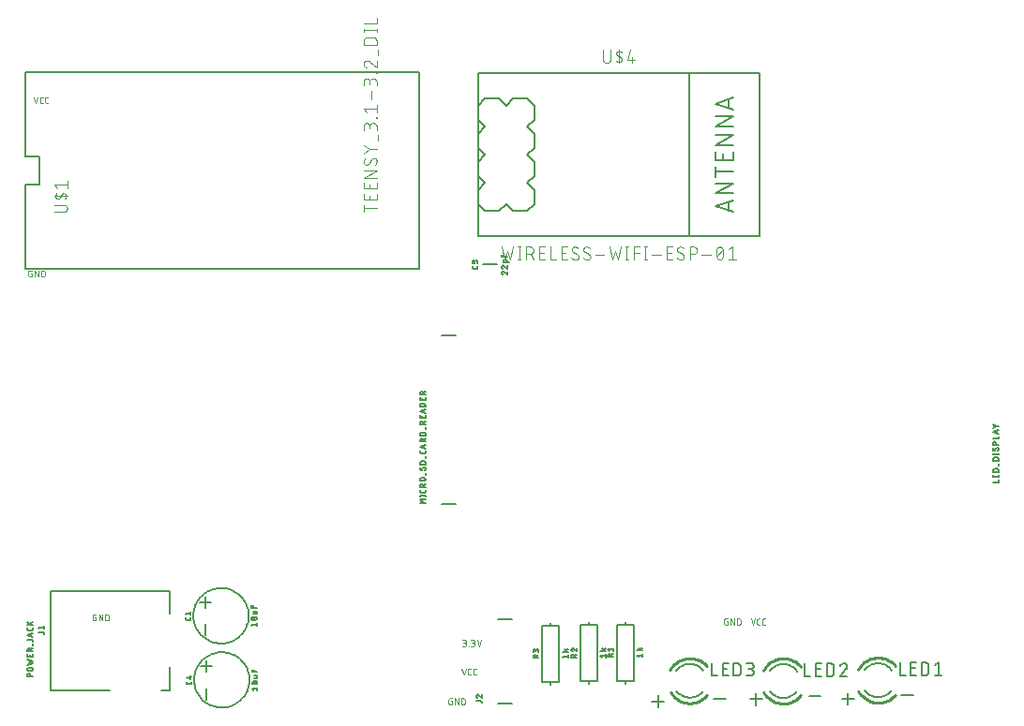
<source format=gto>
G04 EAGLE Gerber X2 export*
%TF.Part,Single*%
%TF.FileFunction,Other,Top Silkscreen*%
%TF.FilePolarity,Positive*%
%TF.GenerationSoftware,Autodesk,EAGLE,9.1.1*%
%TF.CreationDate,2018-08-06T02:20:56Z*%
G75*
%MOIN*%
%FSLAX34Y34*%
%LPD*%
%AMOC8*
5,1,8,0,0,1.08239X$1,22.5*%
G01*
%ADD10C,0.006000*%
%ADD11C,0.002000*%
%ADD12C,0.008000*%
%ADD13C,0.005000*%
%ADD14C,0.010000*%
%ADD15C,0.004000*%


D10*
X29299Y1423D02*
X29725Y1423D01*
X29512Y1210D02*
X29512Y1637D01*
X26457Y1415D02*
X26030Y1415D01*
X26243Y1202D02*
X26243Y1628D01*
X22972Y1340D02*
X22546Y1340D01*
X22759Y1126D02*
X22759Y1553D01*
X31405Y1573D02*
X31832Y1573D01*
X28550Y1516D02*
X28123Y1516D01*
X25162Y1418D02*
X24736Y1418D01*
D11*
X643Y22620D02*
X570Y22840D01*
X717Y22840D02*
X643Y22620D01*
X846Y22620D02*
X895Y22620D01*
X846Y22620D02*
X833Y22622D01*
X822Y22627D01*
X811Y22634D01*
X804Y22645D01*
X799Y22656D01*
X797Y22669D01*
X798Y22669D02*
X798Y22791D01*
X797Y22791D02*
X799Y22804D01*
X804Y22815D01*
X811Y22826D01*
X821Y22833D01*
X833Y22838D01*
X846Y22840D01*
X895Y22840D01*
X1026Y22620D02*
X1075Y22620D01*
X1026Y22620D02*
X1013Y22622D01*
X1002Y22627D01*
X991Y22634D01*
X984Y22645D01*
X979Y22656D01*
X977Y22669D01*
X978Y22669D02*
X978Y22791D01*
X977Y22791D02*
X979Y22804D01*
X984Y22815D01*
X991Y22826D01*
X1001Y22833D01*
X1013Y22838D01*
X1026Y22840D01*
X1075Y22840D01*
X15787Y2500D02*
X15860Y2280D01*
X15933Y2500D01*
X16063Y2280D02*
X16112Y2280D01*
X16063Y2280D02*
X16050Y2282D01*
X16039Y2287D01*
X16028Y2294D01*
X16021Y2305D01*
X16016Y2316D01*
X16014Y2329D01*
X16014Y2451D01*
X16016Y2464D01*
X16021Y2475D01*
X16028Y2486D01*
X16038Y2493D01*
X16050Y2498D01*
X16063Y2500D01*
X16112Y2500D01*
X16243Y2280D02*
X16292Y2280D01*
X16243Y2280D02*
X16230Y2282D01*
X16219Y2287D01*
X16208Y2294D01*
X16201Y2305D01*
X16196Y2316D01*
X16194Y2329D01*
X16194Y2451D01*
X16196Y2464D01*
X16201Y2475D01*
X16208Y2486D01*
X16218Y2493D01*
X16230Y2498D01*
X16243Y2500D01*
X16292Y2500D01*
X15441Y1343D02*
X15404Y1343D01*
X15441Y1343D02*
X15441Y1221D01*
X15368Y1221D01*
X15355Y1223D01*
X15344Y1228D01*
X15333Y1235D01*
X15326Y1246D01*
X15321Y1257D01*
X15319Y1270D01*
X15319Y1392D01*
X15321Y1405D01*
X15326Y1416D01*
X15333Y1427D01*
X15343Y1434D01*
X15355Y1439D01*
X15368Y1441D01*
X15441Y1441D01*
X15549Y1441D02*
X15549Y1221D01*
X15671Y1221D02*
X15549Y1441D01*
X15671Y1441D02*
X15671Y1221D01*
X15779Y1221D02*
X15779Y1441D01*
X15841Y1441D01*
X15855Y1439D01*
X15867Y1435D01*
X15879Y1428D01*
X15889Y1418D01*
X15896Y1406D01*
X15900Y1394D01*
X15902Y1380D01*
X15902Y1282D01*
X15900Y1268D01*
X15896Y1256D01*
X15889Y1244D01*
X15879Y1234D01*
X15867Y1227D01*
X15855Y1223D01*
X15841Y1221D01*
X15779Y1221D01*
X15817Y3290D02*
X15878Y3290D01*
X15893Y3292D01*
X15906Y3297D01*
X15918Y3305D01*
X15928Y3316D01*
X15935Y3329D01*
X15939Y3344D01*
X15939Y3358D01*
X15935Y3373D01*
X15928Y3386D01*
X15918Y3397D01*
X15906Y3405D01*
X15893Y3410D01*
X15878Y3412D01*
X15890Y3510D02*
X15817Y3510D01*
X15890Y3510D02*
X15903Y3508D01*
X15915Y3503D01*
X15925Y3496D01*
X15932Y3486D01*
X15937Y3474D01*
X15939Y3461D01*
X15937Y3448D01*
X15932Y3437D01*
X15925Y3426D01*
X15915Y3419D01*
X15903Y3414D01*
X15890Y3412D01*
X15841Y3412D01*
X16023Y3302D02*
X16023Y3290D01*
X16023Y3302D02*
X16035Y3302D01*
X16035Y3290D01*
X16023Y3290D01*
X16119Y3290D02*
X16180Y3290D01*
X16195Y3292D01*
X16208Y3297D01*
X16220Y3305D01*
X16230Y3316D01*
X16237Y3329D01*
X16241Y3344D01*
X16241Y3358D01*
X16237Y3373D01*
X16230Y3386D01*
X16220Y3397D01*
X16208Y3405D01*
X16195Y3410D01*
X16180Y3412D01*
X16193Y3510D02*
X16119Y3510D01*
X16193Y3510D02*
X16206Y3508D01*
X16218Y3503D01*
X16228Y3496D01*
X16235Y3486D01*
X16240Y3474D01*
X16242Y3461D01*
X16240Y3448D01*
X16235Y3437D01*
X16228Y3426D01*
X16218Y3419D01*
X16206Y3414D01*
X16193Y3412D01*
X16144Y3412D01*
X16323Y3510D02*
X16396Y3290D01*
X16470Y3510D01*
X25196Y4182D02*
X25232Y4182D01*
X25232Y4060D01*
X25159Y4060D01*
X25146Y4062D01*
X25135Y4067D01*
X25124Y4074D01*
X25117Y4085D01*
X25112Y4096D01*
X25110Y4109D01*
X25110Y4231D01*
X25112Y4244D01*
X25117Y4255D01*
X25124Y4266D01*
X25134Y4273D01*
X25146Y4278D01*
X25159Y4280D01*
X25232Y4280D01*
X25340Y4280D02*
X25340Y4060D01*
X25463Y4060D02*
X25340Y4280D01*
X25463Y4280D02*
X25463Y4060D01*
X25571Y4060D02*
X25571Y4280D01*
X25632Y4280D01*
X25646Y4278D01*
X25658Y4274D01*
X25670Y4267D01*
X25680Y4257D01*
X25687Y4245D01*
X25691Y4233D01*
X25693Y4219D01*
X25693Y4121D01*
X25691Y4107D01*
X25687Y4095D01*
X25680Y4083D01*
X25670Y4073D01*
X25658Y4066D01*
X25646Y4062D01*
X25632Y4060D01*
X25571Y4060D01*
X2782Y4332D02*
X2746Y4332D01*
X2782Y4332D02*
X2782Y4210D01*
X2709Y4210D01*
X2696Y4212D01*
X2685Y4217D01*
X2674Y4224D01*
X2667Y4235D01*
X2662Y4246D01*
X2660Y4259D01*
X2660Y4381D01*
X2662Y4394D01*
X2667Y4405D01*
X2674Y4416D01*
X2684Y4423D01*
X2696Y4428D01*
X2709Y4430D01*
X2782Y4430D01*
X2890Y4430D02*
X2890Y4210D01*
X3013Y4210D02*
X2890Y4430D01*
X3013Y4430D02*
X3013Y4210D01*
X3121Y4210D02*
X3121Y4430D01*
X3182Y4430D01*
X3196Y4428D01*
X3208Y4424D01*
X3220Y4417D01*
X3230Y4407D01*
X3237Y4395D01*
X3241Y4383D01*
X3243Y4369D01*
X3243Y4271D01*
X3241Y4257D01*
X3237Y4245D01*
X3230Y4233D01*
X3220Y4223D01*
X3208Y4216D01*
X3196Y4212D01*
X3182Y4210D01*
X3121Y4210D01*
X502Y16572D02*
X466Y16572D01*
X502Y16572D02*
X502Y16450D01*
X429Y16450D01*
X416Y16452D01*
X405Y16457D01*
X394Y16464D01*
X387Y16475D01*
X382Y16486D01*
X380Y16499D01*
X380Y16621D01*
X382Y16634D01*
X387Y16645D01*
X394Y16656D01*
X404Y16663D01*
X416Y16668D01*
X429Y16670D01*
X502Y16670D01*
X610Y16670D02*
X610Y16450D01*
X733Y16450D02*
X610Y16670D01*
X733Y16670D02*
X733Y16450D01*
X841Y16450D02*
X841Y16670D01*
X902Y16670D01*
X916Y16668D01*
X928Y16664D01*
X940Y16657D01*
X950Y16647D01*
X957Y16635D01*
X961Y16623D01*
X963Y16609D01*
X963Y16511D01*
X961Y16497D01*
X957Y16485D01*
X950Y16473D01*
X940Y16463D01*
X928Y16456D01*
X916Y16452D01*
X902Y16450D01*
X841Y16450D01*
X26060Y4280D02*
X26133Y4060D01*
X26207Y4280D01*
X26336Y4060D02*
X26385Y4060D01*
X26336Y4060D02*
X26323Y4062D01*
X26312Y4067D01*
X26301Y4074D01*
X26294Y4085D01*
X26289Y4096D01*
X26287Y4109D01*
X26288Y4109D02*
X26288Y4231D01*
X26287Y4231D02*
X26289Y4244D01*
X26294Y4255D01*
X26301Y4266D01*
X26311Y4273D01*
X26323Y4278D01*
X26336Y4280D01*
X26385Y4280D01*
X26516Y4060D02*
X26565Y4060D01*
X26516Y4060D02*
X26503Y4062D01*
X26492Y4067D01*
X26481Y4074D01*
X26474Y4085D01*
X26469Y4096D01*
X26467Y4109D01*
X26468Y4109D02*
X26468Y4231D01*
X26467Y4231D02*
X26469Y4244D01*
X26474Y4255D01*
X26481Y4266D01*
X26491Y4273D01*
X26503Y4278D01*
X26516Y4280D01*
X26565Y4280D01*
D12*
X6246Y4379D02*
X6248Y4441D01*
X6254Y4504D01*
X6264Y4565D01*
X6278Y4626D01*
X6295Y4686D01*
X6316Y4745D01*
X6342Y4802D01*
X6370Y4857D01*
X6402Y4911D01*
X6438Y4962D01*
X6476Y5012D01*
X6518Y5058D01*
X6562Y5102D01*
X6610Y5143D01*
X6659Y5181D01*
X6711Y5215D01*
X6765Y5246D01*
X6821Y5274D01*
X6879Y5298D01*
X6938Y5319D01*
X6998Y5335D01*
X7059Y5348D01*
X7121Y5357D01*
X7183Y5362D01*
X7246Y5363D01*
X7308Y5360D01*
X7370Y5353D01*
X7432Y5342D01*
X7492Y5327D01*
X7552Y5309D01*
X7610Y5287D01*
X7667Y5261D01*
X7722Y5231D01*
X7775Y5198D01*
X7826Y5162D01*
X7874Y5123D01*
X7920Y5080D01*
X7963Y5035D01*
X8003Y4987D01*
X8040Y4937D01*
X8074Y4884D01*
X8105Y4830D01*
X8131Y4774D01*
X8155Y4716D01*
X8174Y4656D01*
X8190Y4596D01*
X8202Y4534D01*
X8210Y4473D01*
X8214Y4410D01*
X8214Y4348D01*
X8210Y4285D01*
X8202Y4224D01*
X8190Y4162D01*
X8174Y4102D01*
X8155Y4042D01*
X8131Y3984D01*
X8105Y3928D01*
X8074Y3874D01*
X8040Y3821D01*
X8003Y3771D01*
X7963Y3723D01*
X7920Y3678D01*
X7874Y3635D01*
X7826Y3596D01*
X7775Y3560D01*
X7722Y3527D01*
X7667Y3497D01*
X7610Y3471D01*
X7552Y3449D01*
X7492Y3431D01*
X7432Y3416D01*
X7370Y3405D01*
X7308Y3398D01*
X7246Y3395D01*
X7183Y3396D01*
X7121Y3401D01*
X7059Y3410D01*
X6998Y3423D01*
X6938Y3439D01*
X6879Y3460D01*
X6821Y3484D01*
X6765Y3512D01*
X6711Y3543D01*
X6659Y3577D01*
X6610Y3615D01*
X6562Y3656D01*
X6518Y3700D01*
X6476Y3746D01*
X6438Y3796D01*
X6402Y3847D01*
X6370Y3901D01*
X6342Y3956D01*
X6316Y4013D01*
X6295Y4072D01*
X6278Y4132D01*
X6264Y4193D01*
X6254Y4254D01*
X6248Y4317D01*
X6246Y4379D01*
D13*
X6155Y4320D02*
X6155Y4278D01*
X6154Y4278D02*
X6153Y4267D01*
X6148Y4257D01*
X6142Y4248D01*
X6133Y4242D01*
X6123Y4237D01*
X6112Y4236D01*
X6112Y4235D02*
X6007Y4235D01*
X6007Y4236D02*
X5996Y4237D01*
X5986Y4242D01*
X5977Y4248D01*
X5971Y4257D01*
X5966Y4267D01*
X5965Y4278D01*
X5965Y4320D01*
X6007Y4417D02*
X5965Y4469D01*
X6155Y4469D01*
X6155Y4417D02*
X6155Y4522D01*
X8305Y4069D02*
X8347Y4016D01*
X8305Y4069D02*
X8495Y4069D01*
X8495Y4121D02*
X8495Y4016D01*
X8400Y4231D02*
X8376Y4233D01*
X8353Y4238D01*
X8331Y4247D01*
X8331Y4248D02*
X8321Y4254D01*
X8312Y4262D01*
X8307Y4273D01*
X8305Y4285D01*
X8307Y4297D01*
X8312Y4308D01*
X8321Y4316D01*
X8331Y4322D01*
X8353Y4331D01*
X8376Y4336D01*
X8400Y4338D01*
X8400Y4231D02*
X8424Y4233D01*
X8447Y4238D01*
X8469Y4247D01*
X8468Y4248D02*
X8478Y4254D01*
X8487Y4262D01*
X8492Y4273D01*
X8494Y4285D01*
X8469Y4322D02*
X8447Y4331D01*
X8424Y4336D01*
X8400Y4338D01*
X8468Y4322D02*
X8478Y4316D01*
X8487Y4308D01*
X8492Y4297D01*
X8494Y4285D01*
X8452Y4242D02*
X8347Y4327D01*
X8368Y4451D02*
X8463Y4451D01*
X8473Y4453D01*
X8482Y4457D01*
X8489Y4464D01*
X8493Y4473D01*
X8495Y4483D01*
X8495Y4536D01*
X8368Y4536D01*
X8305Y4657D02*
X8495Y4657D01*
X8305Y4657D02*
X8305Y4742D01*
X8389Y4742D02*
X8389Y4657D01*
D12*
X6680Y4087D02*
X6680Y3687D01*
X6680Y4671D02*
X6680Y5071D01*
X6480Y4871D02*
X6880Y4871D01*
X5394Y2555D02*
X5394Y1728D01*
X3268Y1728D02*
X1181Y1728D01*
X5118Y1728D02*
X5394Y1728D01*
X5394Y5272D02*
X1181Y5272D01*
X5394Y5272D02*
X5394Y4445D01*
X1181Y5272D02*
X1181Y1728D01*
D13*
X893Y3793D02*
X745Y3793D01*
X893Y3793D02*
X904Y3792D01*
X914Y3787D01*
X923Y3781D01*
X929Y3772D01*
X934Y3762D01*
X935Y3751D01*
X935Y3730D01*
X787Y3909D02*
X745Y3962D01*
X935Y3962D01*
X935Y3909D02*
X935Y4015D01*
X535Y2223D02*
X345Y2223D01*
X345Y2276D01*
X347Y2290D01*
X352Y2303D01*
X361Y2313D01*
X372Y2322D01*
X384Y2327D01*
X398Y2329D01*
X412Y2327D01*
X425Y2322D01*
X435Y2313D01*
X444Y2303D01*
X449Y2290D01*
X451Y2276D01*
X451Y2223D01*
X482Y2426D02*
X398Y2426D01*
X384Y2428D01*
X372Y2433D01*
X361Y2442D01*
X352Y2453D01*
X347Y2465D01*
X345Y2479D01*
X347Y2493D01*
X352Y2506D01*
X361Y2516D01*
X372Y2525D01*
X384Y2530D01*
X398Y2532D01*
X482Y2532D01*
X496Y2530D01*
X509Y2525D01*
X519Y2516D01*
X528Y2506D01*
X533Y2493D01*
X535Y2479D01*
X533Y2465D01*
X528Y2453D01*
X519Y2442D01*
X508Y2433D01*
X496Y2428D01*
X482Y2426D01*
X345Y2640D02*
X535Y2682D01*
X408Y2724D01*
X535Y2766D01*
X345Y2809D01*
X535Y2924D02*
X535Y3009D01*
X535Y2924D02*
X345Y2924D01*
X345Y3009D01*
X429Y2987D02*
X429Y2924D01*
X345Y3113D02*
X535Y3113D01*
X345Y3113D02*
X345Y3166D01*
X347Y3180D01*
X352Y3193D01*
X361Y3203D01*
X372Y3212D01*
X384Y3217D01*
X398Y3219D01*
X412Y3217D01*
X425Y3212D01*
X435Y3203D01*
X444Y3193D01*
X449Y3180D01*
X451Y3166D01*
X451Y3113D01*
X451Y3176D02*
X535Y3219D01*
X556Y3315D02*
X556Y3400D01*
X493Y3534D02*
X345Y3534D01*
X493Y3534D02*
X504Y3533D01*
X514Y3528D01*
X523Y3522D01*
X529Y3513D01*
X534Y3503D01*
X535Y3492D01*
X535Y3471D01*
X535Y3640D02*
X345Y3703D01*
X535Y3767D01*
X488Y3751D02*
X488Y3656D01*
X535Y3908D02*
X535Y3950D01*
X535Y3908D02*
X534Y3897D01*
X529Y3887D01*
X523Y3878D01*
X514Y3872D01*
X504Y3867D01*
X493Y3866D01*
X493Y3865D02*
X387Y3865D01*
X387Y3866D02*
X376Y3867D01*
X366Y3872D01*
X357Y3878D01*
X351Y3887D01*
X346Y3897D01*
X345Y3908D01*
X345Y3950D01*
X345Y4059D02*
X535Y4059D01*
X461Y4059D02*
X345Y4165D01*
X419Y4102D02*
X535Y4165D01*
D10*
X30584Y2687D02*
X30631Y2685D01*
X30679Y2679D01*
X30725Y2670D01*
X30771Y2657D01*
X30815Y2641D01*
X30859Y2620D01*
X30900Y2597D01*
X30939Y2571D01*
X30976Y2541D01*
X31011Y2508D01*
X31043Y2473D01*
X31072Y2436D01*
X30584Y2687D02*
X30538Y2685D01*
X30492Y2680D01*
X30446Y2671D01*
X30401Y2659D01*
X30358Y2643D01*
X30316Y2624D01*
X30275Y2601D01*
X30236Y2576D01*
X30200Y2548D01*
X30165Y2517D01*
X30133Y2483D01*
X30104Y2447D01*
X30584Y1487D02*
X30629Y1489D01*
X30675Y1494D01*
X30719Y1502D01*
X30763Y1514D01*
X30806Y1530D01*
X30848Y1548D01*
X30888Y1570D01*
X30926Y1594D01*
X30962Y1621D01*
X30997Y1651D01*
X31028Y1684D01*
X31058Y1719D01*
X30584Y1487D02*
X30539Y1489D01*
X30493Y1494D01*
X30449Y1502D01*
X30405Y1514D01*
X30362Y1530D01*
X30320Y1548D01*
X30280Y1570D01*
X30242Y1594D01*
X30206Y1621D01*
X30171Y1651D01*
X30140Y1684D01*
X30110Y1719D01*
D14*
X30584Y2887D02*
X30638Y2885D01*
X30691Y2880D01*
X30745Y2871D01*
X30797Y2858D01*
X30848Y2842D01*
X30899Y2822D01*
X30948Y2800D01*
X30995Y2774D01*
X31040Y2744D01*
X31083Y2712D01*
X31124Y2677D01*
X31163Y2639D01*
X31199Y2599D01*
X30584Y2887D02*
X30530Y2885D01*
X30476Y2880D01*
X30423Y2871D01*
X30370Y2858D01*
X30319Y2842D01*
X30269Y2822D01*
X30220Y2799D01*
X30172Y2773D01*
X30127Y2744D01*
X30084Y2711D01*
X30043Y2676D01*
X30004Y2638D01*
X29968Y2598D01*
X29935Y2555D01*
X29905Y2510D01*
X29878Y2463D01*
X30584Y1287D02*
X30637Y1289D01*
X30691Y1294D01*
X30743Y1303D01*
X30795Y1315D01*
X30846Y1331D01*
X30896Y1350D01*
X30945Y1373D01*
X30992Y1399D01*
X31037Y1427D01*
X31080Y1459D01*
X31120Y1493D01*
X31159Y1531D01*
X31195Y1570D01*
X30584Y1287D02*
X30528Y1289D01*
X30472Y1295D01*
X30417Y1305D01*
X30363Y1318D01*
X30309Y1336D01*
X30257Y1357D01*
X30207Y1381D01*
X30158Y1410D01*
X30112Y1441D01*
X30068Y1476D01*
X30026Y1513D01*
X29988Y1554D01*
X29952Y1597D01*
X29919Y1642D01*
X29889Y1690D01*
D13*
X31359Y2262D02*
X31359Y2712D01*
X31359Y2262D02*
X31559Y2262D01*
X31749Y2262D02*
X31949Y2262D01*
X31749Y2262D02*
X31749Y2712D01*
X31949Y2712D01*
X31899Y2512D02*
X31749Y2512D01*
X32138Y2712D02*
X32138Y2262D01*
X32138Y2712D02*
X32263Y2712D01*
X32283Y2710D01*
X32302Y2706D01*
X32320Y2698D01*
X32336Y2688D01*
X32351Y2675D01*
X32364Y2660D01*
X32374Y2644D01*
X32382Y2626D01*
X32386Y2607D01*
X32388Y2587D01*
X32388Y2387D01*
X32386Y2367D01*
X32382Y2348D01*
X32374Y2330D01*
X32364Y2314D01*
X32351Y2299D01*
X32336Y2286D01*
X32320Y2276D01*
X32302Y2268D01*
X32283Y2264D01*
X32263Y2262D01*
X32138Y2262D01*
X32603Y2612D02*
X32728Y2712D01*
X32728Y2262D01*
X32603Y2262D02*
X32853Y2262D01*
D10*
X27701Y2407D02*
X27672Y2444D01*
X27640Y2479D01*
X27605Y2512D01*
X27568Y2542D01*
X27529Y2568D01*
X27488Y2591D01*
X27444Y2612D01*
X27400Y2628D01*
X27354Y2641D01*
X27308Y2650D01*
X27260Y2656D01*
X27213Y2658D01*
X27167Y2656D01*
X27121Y2651D01*
X27075Y2642D01*
X27030Y2630D01*
X26987Y2614D01*
X26945Y2595D01*
X26904Y2572D01*
X26865Y2547D01*
X26829Y2519D01*
X26794Y2488D01*
X26762Y2454D01*
X26733Y2418D01*
X27213Y1458D02*
X27258Y1460D01*
X27304Y1465D01*
X27348Y1473D01*
X27392Y1485D01*
X27435Y1501D01*
X27477Y1519D01*
X27517Y1541D01*
X27555Y1565D01*
X27591Y1592D01*
X27626Y1622D01*
X27657Y1655D01*
X27687Y1690D01*
X27213Y1458D02*
X27168Y1460D01*
X27122Y1465D01*
X27078Y1473D01*
X27034Y1485D01*
X26991Y1501D01*
X26949Y1519D01*
X26909Y1541D01*
X26871Y1565D01*
X26835Y1592D01*
X26800Y1622D01*
X26769Y1655D01*
X26739Y1690D01*
D14*
X27213Y2858D02*
X27267Y2856D01*
X27320Y2851D01*
X27374Y2842D01*
X27426Y2829D01*
X27477Y2813D01*
X27528Y2793D01*
X27577Y2771D01*
X27624Y2745D01*
X27669Y2715D01*
X27712Y2683D01*
X27753Y2648D01*
X27792Y2610D01*
X27828Y2570D01*
X27213Y2858D02*
X27159Y2856D01*
X27105Y2851D01*
X27052Y2842D01*
X26999Y2829D01*
X26948Y2813D01*
X26898Y2793D01*
X26849Y2770D01*
X26801Y2744D01*
X26756Y2715D01*
X26713Y2682D01*
X26672Y2647D01*
X26633Y2609D01*
X26597Y2569D01*
X26564Y2526D01*
X26534Y2481D01*
X26507Y2434D01*
X27213Y1258D02*
X27266Y1260D01*
X27320Y1265D01*
X27372Y1274D01*
X27424Y1286D01*
X27475Y1302D01*
X27525Y1321D01*
X27574Y1344D01*
X27621Y1370D01*
X27666Y1398D01*
X27709Y1430D01*
X27749Y1464D01*
X27788Y1502D01*
X27824Y1541D01*
X27213Y1258D02*
X27157Y1260D01*
X27101Y1266D01*
X27046Y1276D01*
X26992Y1289D01*
X26938Y1307D01*
X26886Y1328D01*
X26836Y1352D01*
X26787Y1381D01*
X26741Y1412D01*
X26697Y1447D01*
X26655Y1484D01*
X26617Y1525D01*
X26581Y1568D01*
X26548Y1613D01*
X26518Y1661D01*
D13*
X27988Y2233D02*
X27988Y2683D01*
X27988Y2233D02*
X28188Y2233D01*
X28378Y2233D02*
X28578Y2233D01*
X28378Y2233D02*
X28378Y2683D01*
X28578Y2683D01*
X28528Y2483D02*
X28378Y2483D01*
X28767Y2683D02*
X28767Y2233D01*
X28767Y2683D02*
X28892Y2683D01*
X28912Y2681D01*
X28931Y2677D01*
X28949Y2669D01*
X28965Y2659D01*
X28980Y2646D01*
X28993Y2631D01*
X29003Y2615D01*
X29011Y2597D01*
X29015Y2578D01*
X29017Y2558D01*
X29017Y2358D01*
X29015Y2338D01*
X29011Y2319D01*
X29003Y2301D01*
X28993Y2285D01*
X28980Y2270D01*
X28965Y2257D01*
X28949Y2247D01*
X28931Y2239D01*
X28912Y2235D01*
X28892Y2233D01*
X28767Y2233D01*
X29369Y2684D02*
X29389Y2682D01*
X29408Y2677D01*
X29426Y2669D01*
X29442Y2658D01*
X29456Y2644D01*
X29467Y2628D01*
X29475Y2610D01*
X29480Y2591D01*
X29482Y2571D01*
X29369Y2684D02*
X29346Y2682D01*
X29324Y2677D01*
X29303Y2668D01*
X29284Y2656D01*
X29266Y2641D01*
X29252Y2624D01*
X29240Y2605D01*
X29231Y2584D01*
X29444Y2483D02*
X29457Y2498D01*
X29468Y2514D01*
X29476Y2532D01*
X29480Y2551D01*
X29482Y2571D01*
X29444Y2483D02*
X29232Y2233D01*
X29482Y2233D01*
D10*
X24383Y2418D02*
X24354Y2455D01*
X24322Y2490D01*
X24287Y2523D01*
X24250Y2553D01*
X24211Y2579D01*
X24170Y2602D01*
X24126Y2623D01*
X24082Y2639D01*
X24036Y2652D01*
X23990Y2661D01*
X23942Y2667D01*
X23895Y2669D01*
X23849Y2667D01*
X23803Y2662D01*
X23757Y2653D01*
X23712Y2641D01*
X23669Y2625D01*
X23627Y2606D01*
X23586Y2583D01*
X23547Y2558D01*
X23511Y2530D01*
X23476Y2499D01*
X23444Y2465D01*
X23415Y2429D01*
X23895Y1469D02*
X23940Y1471D01*
X23986Y1476D01*
X24030Y1484D01*
X24074Y1496D01*
X24117Y1512D01*
X24159Y1530D01*
X24199Y1552D01*
X24237Y1576D01*
X24273Y1603D01*
X24308Y1633D01*
X24339Y1666D01*
X24369Y1701D01*
X23895Y1469D02*
X23850Y1471D01*
X23804Y1476D01*
X23760Y1484D01*
X23716Y1496D01*
X23673Y1512D01*
X23631Y1530D01*
X23591Y1552D01*
X23553Y1576D01*
X23517Y1603D01*
X23482Y1633D01*
X23451Y1666D01*
X23421Y1701D01*
D14*
X23895Y2869D02*
X23949Y2867D01*
X24002Y2862D01*
X24056Y2853D01*
X24108Y2840D01*
X24159Y2824D01*
X24210Y2804D01*
X24259Y2782D01*
X24306Y2756D01*
X24351Y2726D01*
X24394Y2694D01*
X24435Y2659D01*
X24474Y2621D01*
X24510Y2581D01*
X23895Y2869D02*
X23841Y2867D01*
X23787Y2862D01*
X23734Y2853D01*
X23681Y2840D01*
X23630Y2824D01*
X23580Y2804D01*
X23531Y2781D01*
X23483Y2755D01*
X23438Y2726D01*
X23395Y2693D01*
X23354Y2658D01*
X23315Y2620D01*
X23279Y2580D01*
X23246Y2537D01*
X23216Y2492D01*
X23189Y2445D01*
X23895Y1269D02*
X23948Y1271D01*
X24002Y1276D01*
X24054Y1285D01*
X24106Y1297D01*
X24157Y1313D01*
X24207Y1332D01*
X24256Y1355D01*
X24303Y1381D01*
X24348Y1409D01*
X24391Y1441D01*
X24431Y1475D01*
X24470Y1513D01*
X24506Y1552D01*
X23895Y1269D02*
X23839Y1271D01*
X23783Y1277D01*
X23728Y1287D01*
X23674Y1300D01*
X23620Y1318D01*
X23568Y1339D01*
X23518Y1363D01*
X23469Y1392D01*
X23423Y1423D01*
X23379Y1458D01*
X23337Y1495D01*
X23299Y1536D01*
X23263Y1579D01*
X23230Y1624D01*
X23200Y1672D01*
D13*
X24670Y2244D02*
X24670Y2694D01*
X24670Y2244D02*
X24870Y2244D01*
X25060Y2244D02*
X25260Y2244D01*
X25060Y2244D02*
X25060Y2694D01*
X25260Y2694D01*
X25210Y2494D02*
X25060Y2494D01*
X25449Y2694D02*
X25449Y2244D01*
X25449Y2694D02*
X25574Y2694D01*
X25594Y2692D01*
X25613Y2688D01*
X25631Y2680D01*
X25647Y2670D01*
X25662Y2657D01*
X25675Y2642D01*
X25685Y2626D01*
X25693Y2608D01*
X25697Y2589D01*
X25699Y2569D01*
X25699Y2369D01*
X25697Y2349D01*
X25693Y2330D01*
X25685Y2312D01*
X25675Y2296D01*
X25662Y2281D01*
X25647Y2268D01*
X25631Y2258D01*
X25613Y2250D01*
X25594Y2246D01*
X25574Y2244D01*
X25449Y2244D01*
X25914Y2244D02*
X26039Y2244D01*
X26060Y2246D01*
X26080Y2251D01*
X26098Y2259D01*
X26116Y2270D01*
X26131Y2284D01*
X26144Y2301D01*
X26153Y2319D01*
X26160Y2338D01*
X26164Y2359D01*
X26164Y2379D01*
X26160Y2400D01*
X26153Y2419D01*
X26144Y2437D01*
X26131Y2454D01*
X26116Y2468D01*
X26098Y2479D01*
X26080Y2487D01*
X26060Y2492D01*
X26039Y2494D01*
X26064Y2694D02*
X25914Y2694D01*
X26064Y2694D02*
X26082Y2692D01*
X26100Y2687D01*
X26117Y2679D01*
X26131Y2668D01*
X26144Y2654D01*
X26154Y2639D01*
X26160Y2621D01*
X26164Y2603D01*
X26164Y2585D01*
X26160Y2567D01*
X26154Y2549D01*
X26144Y2534D01*
X26131Y2520D01*
X26117Y2509D01*
X26100Y2501D01*
X26082Y2496D01*
X26064Y2494D01*
X25964Y2494D01*
D12*
X15570Y8370D02*
X15070Y8370D01*
X15070Y14370D02*
X15570Y14370D01*
D13*
X14495Y8395D02*
X14305Y8395D01*
X14411Y8458D01*
X14305Y8522D01*
X14495Y8522D01*
X14495Y8653D02*
X14305Y8653D01*
X14495Y8632D02*
X14495Y8674D01*
X14305Y8674D02*
X14305Y8632D01*
X14495Y8814D02*
X14495Y8856D01*
X14495Y8814D02*
X14494Y8803D01*
X14489Y8793D01*
X14483Y8784D01*
X14474Y8778D01*
X14464Y8773D01*
X14453Y8772D01*
X14347Y8772D01*
X14336Y8773D01*
X14326Y8778D01*
X14317Y8784D01*
X14311Y8793D01*
X14306Y8803D01*
X14305Y8814D01*
X14305Y8856D01*
X14305Y8962D02*
X14495Y8962D01*
X14305Y8962D02*
X14305Y9015D01*
X14307Y9029D01*
X14312Y9042D01*
X14321Y9052D01*
X14332Y9061D01*
X14344Y9066D01*
X14358Y9068D01*
X14372Y9066D01*
X14385Y9061D01*
X14395Y9052D01*
X14404Y9042D01*
X14409Y9029D01*
X14411Y9015D01*
X14411Y8962D01*
X14411Y9026D02*
X14495Y9068D01*
X14442Y9176D02*
X14358Y9176D01*
X14344Y9178D01*
X14332Y9183D01*
X14321Y9192D01*
X14312Y9203D01*
X14307Y9215D01*
X14305Y9229D01*
X14307Y9243D01*
X14312Y9256D01*
X14321Y9266D01*
X14332Y9275D01*
X14344Y9280D01*
X14358Y9282D01*
X14442Y9282D01*
X14456Y9280D01*
X14469Y9275D01*
X14479Y9266D01*
X14488Y9256D01*
X14493Y9243D01*
X14495Y9229D01*
X14493Y9215D01*
X14488Y9203D01*
X14479Y9192D01*
X14469Y9183D01*
X14456Y9178D01*
X14442Y9176D01*
X14516Y9381D02*
X14516Y9465D01*
X14495Y9621D02*
X14494Y9632D01*
X14489Y9642D01*
X14483Y9651D01*
X14474Y9657D01*
X14464Y9662D01*
X14453Y9663D01*
X14495Y9621D02*
X14493Y9604D01*
X14488Y9587D01*
X14480Y9571D01*
X14469Y9558D01*
X14347Y9563D02*
X14336Y9564D01*
X14326Y9569D01*
X14317Y9575D01*
X14311Y9584D01*
X14306Y9594D01*
X14305Y9605D01*
X14307Y9622D01*
X14312Y9638D01*
X14321Y9652D01*
X14347Y9563D02*
X14358Y9564D01*
X14368Y9569D01*
X14377Y9575D01*
X14384Y9584D01*
X14416Y9642D02*
X14423Y9651D01*
X14432Y9657D01*
X14442Y9662D01*
X14453Y9663D01*
X14416Y9642D02*
X14384Y9584D01*
X14305Y9774D02*
X14495Y9774D01*
X14305Y9774D02*
X14305Y9826D01*
X14307Y9840D01*
X14312Y9853D01*
X14321Y9863D01*
X14332Y9872D01*
X14344Y9877D01*
X14358Y9879D01*
X14442Y9879D01*
X14456Y9877D01*
X14469Y9872D01*
X14479Y9863D01*
X14488Y9852D01*
X14493Y9840D01*
X14495Y9826D01*
X14495Y9774D01*
X14516Y9986D02*
X14516Y10070D01*
X14495Y10211D02*
X14495Y10253D01*
X14495Y10211D02*
X14494Y10200D01*
X14489Y10190D01*
X14483Y10181D01*
X14474Y10175D01*
X14464Y10170D01*
X14453Y10169D01*
X14453Y10168D02*
X14347Y10168D01*
X14347Y10169D02*
X14336Y10170D01*
X14326Y10175D01*
X14317Y10181D01*
X14311Y10190D01*
X14306Y10200D01*
X14305Y10211D01*
X14305Y10253D01*
X14305Y10402D02*
X14495Y10339D01*
X14495Y10466D02*
X14305Y10402D01*
X14448Y10450D02*
X14448Y10355D01*
X14495Y10575D02*
X14305Y10575D01*
X14305Y10628D01*
X14307Y10642D01*
X14312Y10655D01*
X14321Y10665D01*
X14332Y10674D01*
X14344Y10679D01*
X14358Y10681D01*
X14372Y10679D01*
X14385Y10674D01*
X14395Y10665D01*
X14404Y10655D01*
X14409Y10642D01*
X14411Y10628D01*
X14411Y10575D01*
X14411Y10639D02*
X14495Y10681D01*
X14495Y10796D02*
X14305Y10796D01*
X14305Y10849D01*
X14307Y10863D01*
X14312Y10876D01*
X14321Y10886D01*
X14332Y10895D01*
X14344Y10900D01*
X14358Y10902D01*
X14358Y10901D02*
X14442Y10901D01*
X14442Y10902D02*
X14456Y10900D01*
X14469Y10895D01*
X14479Y10886D01*
X14488Y10875D01*
X14493Y10863D01*
X14495Y10849D01*
X14495Y10796D01*
X14516Y11008D02*
X14516Y11093D01*
X14495Y11202D02*
X14305Y11202D01*
X14305Y11254D01*
X14307Y11268D01*
X14312Y11281D01*
X14321Y11291D01*
X14332Y11300D01*
X14344Y11305D01*
X14358Y11307D01*
X14372Y11305D01*
X14385Y11300D01*
X14395Y11291D01*
X14404Y11281D01*
X14409Y11268D01*
X14411Y11254D01*
X14411Y11202D01*
X14411Y11265D02*
X14495Y11307D01*
X14495Y11423D02*
X14495Y11508D01*
X14495Y11423D02*
X14305Y11423D01*
X14305Y11508D01*
X14389Y11486D02*
X14389Y11423D01*
X14495Y11592D02*
X14305Y11655D01*
X14495Y11718D01*
X14448Y11703D02*
X14448Y11608D01*
X14495Y11826D02*
X14305Y11826D01*
X14305Y11878D01*
X14307Y11892D01*
X14312Y11905D01*
X14321Y11915D01*
X14332Y11924D01*
X14344Y11929D01*
X14358Y11931D01*
X14442Y11931D01*
X14456Y11929D01*
X14469Y11924D01*
X14479Y11915D01*
X14488Y11904D01*
X14493Y11892D01*
X14495Y11878D01*
X14495Y11826D01*
X14495Y12057D02*
X14495Y12141D01*
X14495Y12057D02*
X14305Y12057D01*
X14305Y12141D01*
X14389Y12120D02*
X14389Y12057D01*
X14305Y12246D02*
X14495Y12246D01*
X14305Y12246D02*
X14305Y12298D01*
X14307Y12312D01*
X14312Y12325D01*
X14321Y12335D01*
X14332Y12344D01*
X14344Y12349D01*
X14358Y12351D01*
X14372Y12349D01*
X14385Y12344D01*
X14395Y12335D01*
X14404Y12325D01*
X14409Y12312D01*
X14411Y12298D01*
X14411Y12246D01*
X14411Y12309D02*
X14495Y12351D01*
D12*
X21297Y4073D02*
X21297Y2073D01*
X21297Y4073D02*
X21597Y4073D01*
X21897Y4073D01*
X21897Y2073D01*
X21597Y2073D01*
X21297Y2073D01*
X21597Y4073D02*
X21597Y4173D01*
X21597Y2073D02*
X21597Y1973D01*
D13*
X21172Y2914D02*
X20982Y2914D01*
X20982Y2966D01*
X20981Y2966D02*
X20983Y2980D01*
X20988Y2993D01*
X20997Y3003D01*
X21008Y3012D01*
X21020Y3017D01*
X21034Y3019D01*
X21048Y3017D01*
X21061Y3012D01*
X21071Y3003D01*
X21080Y2993D01*
X21085Y2980D01*
X21087Y2966D01*
X21087Y2914D01*
X21087Y2977D02*
X21172Y3019D01*
X21024Y3127D02*
X20982Y3180D01*
X21172Y3180D01*
X21172Y3127D02*
X21172Y3233D01*
X22022Y2972D02*
X22064Y2919D01*
X22022Y2972D02*
X22212Y2972D01*
X22212Y3024D02*
X22212Y2919D01*
X22212Y3143D02*
X22022Y3143D01*
X22085Y3227D02*
X22148Y3143D01*
X22122Y3180D02*
X22212Y3227D01*
D12*
X19997Y4059D02*
X19997Y2059D01*
X19997Y4059D02*
X20297Y4059D01*
X20597Y4059D01*
X20597Y2059D01*
X20297Y2059D01*
X19997Y2059D01*
X20297Y4059D02*
X20297Y4159D01*
X20297Y2059D02*
X20297Y1959D01*
D13*
X19872Y2900D02*
X19682Y2900D01*
X19682Y2953D01*
X19681Y2953D02*
X19683Y2967D01*
X19688Y2980D01*
X19697Y2990D01*
X19708Y2999D01*
X19720Y3004D01*
X19734Y3006D01*
X19748Y3004D01*
X19761Y2999D01*
X19771Y2990D01*
X19780Y2980D01*
X19785Y2967D01*
X19787Y2953D01*
X19787Y2900D01*
X19787Y2963D02*
X19872Y3005D01*
X19681Y3171D02*
X19683Y3183D01*
X19687Y3195D01*
X19695Y3205D01*
X19705Y3213D01*
X19717Y3217D01*
X19729Y3219D01*
X19682Y3171D02*
X19683Y3158D01*
X19687Y3146D01*
X19694Y3135D01*
X19702Y3126D01*
X19713Y3118D01*
X19724Y3113D01*
X19766Y3203D02*
X19755Y3212D01*
X19743Y3217D01*
X19729Y3219D01*
X19766Y3203D02*
X19872Y3113D01*
X19872Y3219D01*
X20722Y2958D02*
X20764Y2905D01*
X20722Y2958D02*
X20912Y2958D01*
X20912Y2905D02*
X20912Y3011D01*
X20912Y3129D02*
X20722Y3129D01*
X20785Y3214D02*
X20848Y3129D01*
X20822Y3166D02*
X20912Y3214D01*
D12*
X18647Y4036D02*
X18647Y2036D01*
X18647Y4036D02*
X18947Y4036D01*
X19247Y4036D01*
X19247Y2036D01*
X18947Y2036D01*
X18647Y2036D01*
X18947Y4036D02*
X18947Y4136D01*
X18947Y2036D02*
X18947Y1936D01*
D13*
X18522Y2877D02*
X18332Y2877D01*
X18332Y2929D01*
X18334Y2943D01*
X18339Y2956D01*
X18348Y2966D01*
X18359Y2975D01*
X18371Y2980D01*
X18385Y2982D01*
X18399Y2980D01*
X18412Y2975D01*
X18422Y2966D01*
X18431Y2956D01*
X18436Y2943D01*
X18438Y2929D01*
X18438Y2877D01*
X18438Y2940D02*
X18522Y2982D01*
X18522Y3090D02*
X18522Y3143D01*
X18520Y3157D01*
X18515Y3170D01*
X18506Y3180D01*
X18496Y3189D01*
X18483Y3194D01*
X18469Y3196D01*
X18455Y3194D01*
X18443Y3189D01*
X18432Y3180D01*
X18423Y3170D01*
X18418Y3157D01*
X18416Y3143D01*
X18332Y3154D02*
X18332Y3090D01*
X18332Y3154D02*
X18334Y3166D01*
X18339Y3177D01*
X18346Y3186D01*
X18357Y3192D01*
X18368Y3196D01*
X18380Y3196D01*
X18391Y3192D01*
X18402Y3186D01*
X18409Y3177D01*
X18414Y3166D01*
X18416Y3154D01*
X18417Y3154D02*
X18417Y3111D01*
X19372Y2935D02*
X19414Y2882D01*
X19372Y2935D02*
X19562Y2935D01*
X19562Y2882D02*
X19562Y2988D01*
X19562Y3106D02*
X19372Y3106D01*
X19436Y3190D02*
X19499Y3106D01*
X19473Y3143D02*
X19562Y3190D01*
X16370Y23680D02*
X23870Y23680D01*
X26370Y23680D01*
X26370Y17880D01*
X23870Y17880D01*
X16370Y17880D01*
X16370Y19030D01*
X16370Y19530D01*
X16370Y20030D01*
X16370Y20530D01*
X16370Y21030D01*
X16370Y21530D01*
X16370Y22030D01*
X16370Y22530D01*
X16370Y23680D01*
X23870Y23680D02*
X23870Y17880D01*
D10*
X24800Y18954D02*
X25440Y18741D01*
X25440Y19168D02*
X24800Y18954D01*
X25280Y19114D02*
X25280Y18794D01*
X25440Y19412D02*
X24800Y19412D01*
X25440Y19768D01*
X24800Y19768D01*
X24800Y20185D02*
X25440Y20185D01*
X24800Y20007D02*
X24800Y20363D01*
X25440Y20603D02*
X25440Y20888D01*
X25440Y20603D02*
X24800Y20603D01*
X24800Y20888D01*
X25084Y20817D02*
X25084Y20603D01*
X24800Y21136D02*
X25440Y21136D01*
X25440Y21491D02*
X24800Y21136D01*
X24800Y21491D02*
X25440Y21491D01*
X25440Y21792D02*
X24800Y21792D01*
X25440Y22148D01*
X24800Y22148D01*
X24800Y22606D02*
X25440Y22392D01*
X25440Y22819D02*
X24800Y22606D01*
X25280Y22766D02*
X25280Y22446D01*
D13*
X16620Y22780D02*
X16370Y22530D01*
X16620Y22780D02*
X17120Y22780D01*
X17370Y22530D01*
X17620Y22780D01*
X18120Y22780D01*
X18370Y22530D01*
X18370Y22030D01*
X18120Y21780D01*
X18370Y21530D01*
X18370Y21030D01*
X18120Y20780D01*
X18370Y20530D01*
X18370Y20030D01*
X18120Y19780D01*
X18370Y19530D01*
X18370Y19030D01*
X18120Y18780D01*
X17620Y18780D01*
X17370Y19030D01*
X17120Y18780D01*
X16620Y18780D01*
X16370Y19030D01*
X16370Y19530D02*
X16620Y19780D01*
X16370Y20030D01*
X16370Y20530D02*
X16620Y20780D01*
X16370Y21030D01*
X16370Y21530D02*
X16620Y21780D01*
X16370Y22030D01*
D15*
X20815Y24178D02*
X20815Y24510D01*
X20815Y24178D02*
X20817Y24157D01*
X20822Y24136D01*
X20830Y24117D01*
X20842Y24099D01*
X20856Y24084D01*
X20873Y24071D01*
X20892Y24061D01*
X20912Y24054D01*
X20932Y24050D01*
X20954Y24050D01*
X20974Y24054D01*
X20994Y24061D01*
X21013Y24071D01*
X21030Y24084D01*
X21044Y24099D01*
X21056Y24117D01*
X21064Y24136D01*
X21069Y24157D01*
X21071Y24178D01*
X21070Y24178D02*
X21070Y24510D01*
X21378Y24510D02*
X21378Y24050D01*
X21378Y24280D02*
X21314Y24318D01*
X21314Y24319D02*
X21301Y24329D01*
X21290Y24342D01*
X21282Y24356D01*
X21278Y24373D01*
X21277Y24389D01*
X21280Y24406D01*
X21287Y24421D01*
X21296Y24435D01*
X21309Y24446D01*
X21323Y24454D01*
X21339Y24459D01*
X21340Y24459D02*
X21364Y24462D01*
X21388Y24462D01*
X21412Y24459D01*
X21436Y24453D01*
X21458Y24444D01*
X21480Y24433D01*
X21378Y24280D02*
X21441Y24242D01*
X21441Y24241D02*
X21454Y24231D01*
X21465Y24218D01*
X21473Y24204D01*
X21477Y24187D01*
X21478Y24171D01*
X21475Y24154D01*
X21468Y24139D01*
X21459Y24125D01*
X21446Y24114D01*
X21432Y24106D01*
X21416Y24101D01*
X21415Y24101D02*
X21391Y24098D01*
X21367Y24098D01*
X21343Y24101D01*
X21319Y24107D01*
X21297Y24116D01*
X21275Y24127D01*
X21670Y24152D02*
X21772Y24510D01*
X21670Y24152D02*
X21925Y24152D01*
X21849Y24254D02*
X21849Y24050D01*
X17206Y17510D02*
X17309Y17050D01*
X17411Y17357D01*
X17513Y17050D01*
X17615Y17510D01*
X17831Y17510D02*
X17831Y17050D01*
X17780Y17050D02*
X17882Y17050D01*
X17882Y17510D02*
X17780Y17510D01*
X18081Y17510D02*
X18081Y17050D01*
X18081Y17510D02*
X18209Y17510D01*
X18230Y17508D01*
X18251Y17503D01*
X18270Y17495D01*
X18288Y17483D01*
X18303Y17469D01*
X18316Y17452D01*
X18326Y17433D01*
X18333Y17413D01*
X18337Y17393D01*
X18337Y17371D01*
X18333Y17351D01*
X18326Y17331D01*
X18316Y17312D01*
X18303Y17295D01*
X18288Y17281D01*
X18270Y17269D01*
X18251Y17261D01*
X18230Y17256D01*
X18209Y17254D01*
X18081Y17254D01*
X18234Y17254D02*
X18337Y17050D01*
X18544Y17050D02*
X18748Y17050D01*
X18544Y17050D02*
X18544Y17510D01*
X18748Y17510D01*
X18697Y17306D02*
X18544Y17306D01*
X18934Y17510D02*
X18934Y17050D01*
X19138Y17050D01*
X19324Y17050D02*
X19528Y17050D01*
X19324Y17050D02*
X19324Y17510D01*
X19528Y17510D01*
X19477Y17306D02*
X19324Y17306D01*
X19836Y17050D02*
X19854Y17052D01*
X19871Y17056D01*
X19887Y17064D01*
X19902Y17074D01*
X19914Y17086D01*
X19924Y17101D01*
X19932Y17117D01*
X19936Y17134D01*
X19938Y17152D01*
X19836Y17050D02*
X19808Y17052D01*
X19780Y17057D01*
X19753Y17067D01*
X19727Y17079D01*
X19704Y17095D01*
X19683Y17114D01*
X19696Y17408D02*
X19698Y17426D01*
X19702Y17443D01*
X19710Y17459D01*
X19720Y17474D01*
X19732Y17486D01*
X19747Y17496D01*
X19763Y17504D01*
X19780Y17508D01*
X19798Y17510D01*
X19823Y17508D01*
X19847Y17504D01*
X19870Y17496D01*
X19893Y17485D01*
X19913Y17472D01*
X19696Y17408D02*
X19698Y17390D01*
X19702Y17373D01*
X19710Y17356D01*
X19720Y17342D01*
X19733Y17329D01*
X19747Y17318D01*
X19888Y17242D02*
X19902Y17231D01*
X19915Y17218D01*
X19925Y17204D01*
X19933Y17187D01*
X19937Y17170D01*
X19939Y17152D01*
X19888Y17242D02*
X19747Y17318D01*
X20256Y17050D02*
X20274Y17052D01*
X20291Y17056D01*
X20307Y17064D01*
X20322Y17074D01*
X20334Y17086D01*
X20344Y17101D01*
X20352Y17117D01*
X20356Y17134D01*
X20358Y17152D01*
X20256Y17050D02*
X20228Y17052D01*
X20200Y17057D01*
X20173Y17067D01*
X20147Y17079D01*
X20124Y17095D01*
X20103Y17114D01*
X20116Y17408D02*
X20118Y17426D01*
X20122Y17443D01*
X20130Y17459D01*
X20140Y17474D01*
X20152Y17486D01*
X20167Y17496D01*
X20183Y17504D01*
X20200Y17508D01*
X20218Y17510D01*
X20243Y17508D01*
X20267Y17504D01*
X20290Y17496D01*
X20313Y17485D01*
X20333Y17472D01*
X20116Y17408D02*
X20118Y17390D01*
X20122Y17373D01*
X20130Y17356D01*
X20140Y17342D01*
X20153Y17329D01*
X20167Y17318D01*
X20308Y17242D02*
X20322Y17231D01*
X20335Y17218D01*
X20345Y17204D01*
X20353Y17187D01*
X20357Y17170D01*
X20359Y17152D01*
X20308Y17242D02*
X20167Y17318D01*
X20543Y17229D02*
X20849Y17229D01*
X21031Y17510D02*
X21134Y17050D01*
X21236Y17357D01*
X21338Y17050D01*
X21440Y17510D01*
X21656Y17510D02*
X21656Y17050D01*
X21605Y17050D02*
X21707Y17050D01*
X21707Y17510D02*
X21605Y17510D01*
X21904Y17510D02*
X21904Y17050D01*
X21904Y17510D02*
X22108Y17510D01*
X22108Y17306D02*
X21904Y17306D01*
X22316Y17510D02*
X22316Y17050D01*
X22265Y17050D02*
X22367Y17050D01*
X22367Y17510D02*
X22265Y17510D01*
X22553Y17229D02*
X22859Y17229D01*
X23074Y17050D02*
X23278Y17050D01*
X23074Y17050D02*
X23074Y17510D01*
X23278Y17510D01*
X23227Y17306D02*
X23074Y17306D01*
X23586Y17050D02*
X23604Y17052D01*
X23621Y17056D01*
X23637Y17064D01*
X23652Y17074D01*
X23664Y17086D01*
X23674Y17101D01*
X23682Y17117D01*
X23686Y17134D01*
X23688Y17152D01*
X23586Y17050D02*
X23558Y17052D01*
X23530Y17057D01*
X23503Y17067D01*
X23477Y17079D01*
X23454Y17095D01*
X23433Y17114D01*
X23446Y17408D02*
X23448Y17426D01*
X23452Y17443D01*
X23460Y17459D01*
X23470Y17474D01*
X23482Y17486D01*
X23497Y17496D01*
X23513Y17504D01*
X23530Y17508D01*
X23548Y17510D01*
X23573Y17508D01*
X23597Y17504D01*
X23620Y17496D01*
X23643Y17485D01*
X23663Y17472D01*
X23446Y17408D02*
X23448Y17390D01*
X23452Y17373D01*
X23460Y17356D01*
X23470Y17342D01*
X23483Y17329D01*
X23497Y17318D01*
X23638Y17242D02*
X23652Y17231D01*
X23665Y17218D01*
X23675Y17204D01*
X23683Y17187D01*
X23687Y17170D01*
X23689Y17152D01*
X23638Y17242D02*
X23497Y17318D01*
X23890Y17510D02*
X23890Y17050D01*
X23890Y17510D02*
X24017Y17510D01*
X24038Y17508D01*
X24059Y17503D01*
X24078Y17495D01*
X24096Y17483D01*
X24111Y17469D01*
X24124Y17452D01*
X24134Y17433D01*
X24141Y17413D01*
X24145Y17393D01*
X24145Y17371D01*
X24141Y17351D01*
X24134Y17331D01*
X24124Y17312D01*
X24111Y17295D01*
X24096Y17281D01*
X24078Y17269D01*
X24059Y17261D01*
X24038Y17256D01*
X24017Y17254D01*
X23890Y17254D01*
X24322Y17229D02*
X24629Y17229D01*
X24828Y17280D02*
X24830Y17314D01*
X24834Y17348D01*
X24842Y17382D01*
X24853Y17415D01*
X24866Y17446D01*
X24873Y17461D01*
X24882Y17475D01*
X24894Y17487D01*
X24908Y17497D01*
X24923Y17504D01*
X24939Y17509D01*
X24956Y17510D01*
X24973Y17509D01*
X24989Y17504D01*
X25004Y17497D01*
X25018Y17487D01*
X25030Y17475D01*
X25039Y17461D01*
X25046Y17446D01*
X25059Y17415D01*
X25070Y17382D01*
X25078Y17348D01*
X25082Y17314D01*
X25084Y17280D01*
X24828Y17280D02*
X24830Y17246D01*
X24834Y17212D01*
X24842Y17178D01*
X24853Y17145D01*
X24866Y17114D01*
X24873Y17099D01*
X24882Y17085D01*
X24894Y17073D01*
X24908Y17063D01*
X24923Y17056D01*
X24939Y17051D01*
X24956Y17050D01*
X25046Y17114D02*
X25059Y17145D01*
X25070Y17178D01*
X25078Y17212D01*
X25082Y17246D01*
X25084Y17280D01*
X25046Y17114D02*
X25039Y17099D01*
X25030Y17085D01*
X25018Y17073D01*
X25004Y17063D01*
X24989Y17056D01*
X24973Y17051D01*
X24956Y17050D01*
X24854Y17152D02*
X25058Y17408D01*
X25278Y17408D02*
X25406Y17510D01*
X25406Y17050D01*
X25278Y17050D02*
X25534Y17050D01*
D13*
X34674Y9137D02*
X34864Y9137D01*
X34864Y9221D01*
X34864Y9357D02*
X34864Y9399D01*
X34864Y9357D02*
X34863Y9346D01*
X34858Y9336D01*
X34852Y9327D01*
X34843Y9321D01*
X34833Y9316D01*
X34822Y9315D01*
X34716Y9315D01*
X34705Y9316D01*
X34695Y9321D01*
X34686Y9327D01*
X34680Y9336D01*
X34675Y9346D01*
X34674Y9357D01*
X34674Y9399D01*
X34674Y9503D02*
X34864Y9503D01*
X34674Y9503D02*
X34674Y9556D01*
X34676Y9570D01*
X34681Y9583D01*
X34690Y9593D01*
X34701Y9602D01*
X34713Y9607D01*
X34727Y9609D01*
X34811Y9609D01*
X34825Y9607D01*
X34838Y9602D01*
X34848Y9593D01*
X34857Y9582D01*
X34862Y9570D01*
X34864Y9556D01*
X34864Y9503D01*
X34885Y9715D02*
X34885Y9800D01*
X34864Y9906D02*
X34674Y9906D01*
X34674Y9959D01*
X34676Y9973D01*
X34681Y9986D01*
X34690Y9996D01*
X34701Y10005D01*
X34713Y10010D01*
X34727Y10012D01*
X34811Y10012D01*
X34825Y10010D01*
X34838Y10005D01*
X34848Y9996D01*
X34857Y9985D01*
X34862Y9973D01*
X34864Y9959D01*
X34864Y9906D01*
X34864Y10139D02*
X34674Y10139D01*
X34864Y10118D02*
X34864Y10160D01*
X34674Y10160D02*
X34674Y10118D01*
X34864Y10315D02*
X34863Y10326D01*
X34858Y10336D01*
X34852Y10345D01*
X34843Y10351D01*
X34833Y10356D01*
X34822Y10357D01*
X34864Y10315D02*
X34862Y10298D01*
X34857Y10281D01*
X34849Y10265D01*
X34838Y10252D01*
X34716Y10257D02*
X34705Y10258D01*
X34695Y10263D01*
X34686Y10269D01*
X34680Y10278D01*
X34675Y10288D01*
X34674Y10299D01*
X34676Y10316D01*
X34681Y10332D01*
X34690Y10346D01*
X34716Y10257D02*
X34727Y10258D01*
X34737Y10263D01*
X34746Y10269D01*
X34753Y10278D01*
X34785Y10336D02*
X34792Y10345D01*
X34801Y10351D01*
X34811Y10356D01*
X34822Y10357D01*
X34785Y10336D02*
X34753Y10278D01*
X34674Y10474D02*
X34864Y10474D01*
X34674Y10474D02*
X34674Y10526D01*
X34676Y10540D01*
X34681Y10553D01*
X34690Y10563D01*
X34701Y10572D01*
X34713Y10577D01*
X34727Y10579D01*
X34741Y10577D01*
X34754Y10572D01*
X34764Y10563D01*
X34773Y10553D01*
X34778Y10540D01*
X34780Y10526D01*
X34780Y10474D01*
X34864Y10685D02*
X34674Y10685D01*
X34864Y10685D02*
X34864Y10769D01*
X34864Y10853D02*
X34674Y10917D01*
X34864Y10980D01*
X34817Y10964D02*
X34817Y10869D01*
X34674Y11069D02*
X34764Y11133D01*
X34674Y11196D01*
X34764Y11133D02*
X34864Y11133D01*
D12*
X17566Y1266D02*
X17066Y1266D01*
X17066Y4266D02*
X17566Y4266D01*
D13*
X16449Y1355D02*
X16301Y1355D01*
X16449Y1354D02*
X16460Y1353D01*
X16470Y1348D01*
X16479Y1342D01*
X16485Y1333D01*
X16490Y1323D01*
X16491Y1312D01*
X16491Y1291D01*
X16301Y1529D02*
X16303Y1541D01*
X16307Y1553D01*
X16315Y1563D01*
X16325Y1571D01*
X16337Y1575D01*
X16349Y1577D01*
X16301Y1529D02*
X16302Y1516D01*
X16306Y1504D01*
X16313Y1493D01*
X16321Y1484D01*
X16332Y1476D01*
X16343Y1471D01*
X16386Y1560D02*
X16375Y1569D01*
X16363Y1574D01*
X16349Y1576D01*
X16386Y1560D02*
X16491Y1471D01*
X16491Y1576D01*
D12*
X16530Y16880D02*
X17030Y16880D01*
D13*
X16355Y16821D02*
X16355Y16779D01*
X16354Y16768D01*
X16349Y16758D01*
X16343Y16749D01*
X16334Y16743D01*
X16324Y16738D01*
X16313Y16737D01*
X16207Y16737D01*
X16196Y16738D01*
X16186Y16743D01*
X16177Y16749D01*
X16171Y16758D01*
X16166Y16768D01*
X16165Y16779D01*
X16165Y16821D01*
X16355Y16918D02*
X16355Y16971D01*
X16353Y16985D01*
X16348Y16998D01*
X16339Y17008D01*
X16329Y17017D01*
X16316Y17022D01*
X16302Y17024D01*
X16288Y17022D01*
X16276Y17017D01*
X16265Y17008D01*
X16256Y16998D01*
X16251Y16985D01*
X16249Y16971D01*
X16165Y16981D02*
X16165Y16918D01*
X16165Y16981D02*
X16167Y16993D01*
X16172Y17004D01*
X16179Y17013D01*
X16190Y17019D01*
X16201Y17023D01*
X16213Y17023D01*
X16224Y17019D01*
X16235Y17013D01*
X16242Y17004D01*
X16247Y16993D01*
X16249Y16981D01*
X16249Y16939D01*
X17205Y16579D02*
X17207Y16591D01*
X17211Y16603D01*
X17219Y16613D01*
X17229Y16621D01*
X17241Y16625D01*
X17253Y16627D01*
X17205Y16579D02*
X17206Y16566D01*
X17210Y16554D01*
X17217Y16543D01*
X17225Y16534D01*
X17236Y16526D01*
X17247Y16521D01*
X17290Y16610D02*
X17279Y16619D01*
X17267Y16624D01*
X17253Y16626D01*
X17289Y16610D02*
X17395Y16521D01*
X17395Y16626D01*
X17205Y16795D02*
X17207Y16807D01*
X17211Y16819D01*
X17219Y16829D01*
X17229Y16837D01*
X17241Y16841D01*
X17253Y16843D01*
X17205Y16795D02*
X17206Y16782D01*
X17210Y16770D01*
X17217Y16759D01*
X17225Y16750D01*
X17236Y16742D01*
X17247Y16737D01*
X17290Y16826D02*
X17279Y16835D01*
X17267Y16840D01*
X17253Y16842D01*
X17289Y16826D02*
X17395Y16737D01*
X17395Y16842D01*
X17458Y16958D02*
X17268Y16958D01*
X17268Y17011D01*
X17270Y17021D01*
X17274Y17030D01*
X17281Y17037D01*
X17290Y17041D01*
X17300Y17043D01*
X17300Y17042D02*
X17363Y17042D01*
X17363Y17043D02*
X17373Y17041D01*
X17382Y17037D01*
X17389Y17030D01*
X17393Y17021D01*
X17395Y17011D01*
X17395Y16958D01*
X17395Y17155D02*
X17205Y17155D01*
X17205Y17239D01*
X17289Y17239D02*
X17289Y17155D01*
D12*
X6272Y2097D02*
X6274Y2159D01*
X6280Y2222D01*
X6290Y2283D01*
X6304Y2344D01*
X6321Y2404D01*
X6342Y2463D01*
X6368Y2520D01*
X6396Y2575D01*
X6428Y2629D01*
X6464Y2680D01*
X6502Y2730D01*
X6544Y2776D01*
X6588Y2820D01*
X6636Y2861D01*
X6685Y2899D01*
X6737Y2933D01*
X6791Y2964D01*
X6847Y2992D01*
X6905Y3016D01*
X6964Y3037D01*
X7024Y3053D01*
X7085Y3066D01*
X7147Y3075D01*
X7209Y3080D01*
X7272Y3081D01*
X7334Y3078D01*
X7396Y3071D01*
X7458Y3060D01*
X7518Y3045D01*
X7578Y3027D01*
X7636Y3005D01*
X7693Y2979D01*
X7748Y2949D01*
X7801Y2916D01*
X7852Y2880D01*
X7900Y2841D01*
X7946Y2798D01*
X7989Y2753D01*
X8029Y2705D01*
X8066Y2655D01*
X8100Y2602D01*
X8131Y2548D01*
X8157Y2492D01*
X8181Y2434D01*
X8200Y2374D01*
X8216Y2314D01*
X8228Y2252D01*
X8236Y2191D01*
X8240Y2128D01*
X8240Y2066D01*
X8236Y2003D01*
X8228Y1942D01*
X8216Y1880D01*
X8200Y1820D01*
X8181Y1760D01*
X8157Y1702D01*
X8131Y1646D01*
X8100Y1592D01*
X8066Y1539D01*
X8029Y1489D01*
X7989Y1441D01*
X7946Y1396D01*
X7900Y1353D01*
X7852Y1314D01*
X7801Y1278D01*
X7748Y1245D01*
X7693Y1215D01*
X7636Y1189D01*
X7578Y1167D01*
X7518Y1149D01*
X7458Y1134D01*
X7396Y1123D01*
X7334Y1116D01*
X7272Y1113D01*
X7209Y1114D01*
X7147Y1119D01*
X7085Y1128D01*
X7024Y1141D01*
X6964Y1157D01*
X6905Y1178D01*
X6847Y1202D01*
X6791Y1230D01*
X6737Y1261D01*
X6685Y1295D01*
X6636Y1333D01*
X6588Y1374D01*
X6544Y1418D01*
X6502Y1464D01*
X6464Y1514D01*
X6428Y1565D01*
X6396Y1619D01*
X6368Y1674D01*
X6342Y1731D01*
X6321Y1790D01*
X6304Y1850D01*
X6290Y1911D01*
X6280Y1972D01*
X6274Y2035D01*
X6272Y2097D01*
D13*
X6181Y2038D02*
X6181Y1996D01*
X6180Y1985D01*
X6175Y1975D01*
X6169Y1966D01*
X6160Y1960D01*
X6150Y1955D01*
X6139Y1954D01*
X6034Y1954D01*
X6023Y1955D01*
X6013Y1960D01*
X6004Y1966D01*
X5998Y1975D01*
X5993Y1985D01*
X5992Y1996D01*
X5991Y1996D02*
X5991Y2038D01*
X5991Y2177D02*
X6139Y2135D01*
X6139Y2240D01*
X6097Y2209D02*
X6181Y2209D01*
X8331Y1787D02*
X8374Y1734D01*
X8331Y1787D02*
X8521Y1787D01*
X8521Y1839D02*
X8521Y1734D01*
X8426Y1949D02*
X8402Y1951D01*
X8379Y1956D01*
X8357Y1965D01*
X8357Y1966D02*
X8347Y1972D01*
X8338Y1980D01*
X8333Y1991D01*
X8331Y2003D01*
X8333Y2015D01*
X8338Y2026D01*
X8347Y2034D01*
X8357Y2040D01*
X8379Y2049D01*
X8402Y2054D01*
X8426Y2056D01*
X8426Y1949D02*
X8450Y1951D01*
X8473Y1956D01*
X8495Y1965D01*
X8495Y1966D02*
X8505Y1972D01*
X8514Y1980D01*
X8519Y1991D01*
X8521Y2003D01*
X8495Y2040D02*
X8473Y2049D01*
X8450Y2054D01*
X8426Y2056D01*
X8495Y2040D02*
X8505Y2034D01*
X8514Y2026D01*
X8519Y2015D01*
X8521Y2003D01*
X8479Y1960D02*
X8374Y2045D01*
X8395Y2169D02*
X8490Y2169D01*
X8500Y2171D01*
X8509Y2175D01*
X8516Y2182D01*
X8520Y2191D01*
X8522Y2201D01*
X8521Y2201D02*
X8521Y2254D01*
X8395Y2254D01*
X8331Y2375D02*
X8521Y2375D01*
X8331Y2375D02*
X8331Y2460D01*
X8416Y2460D02*
X8416Y2375D01*
D12*
X6706Y1805D02*
X6706Y1405D01*
X6706Y2389D02*
X6706Y2789D01*
X6506Y2589D02*
X6906Y2589D01*
X780Y19730D02*
X780Y20730D01*
X280Y20730D01*
X280Y23730D01*
X14280Y23730D01*
X14280Y16730D01*
X280Y16730D01*
X280Y19730D01*
X780Y19730D01*
D15*
X1300Y18750D02*
X1632Y18750D01*
X1653Y18752D01*
X1674Y18757D01*
X1693Y18765D01*
X1711Y18777D01*
X1726Y18791D01*
X1739Y18808D01*
X1749Y18827D01*
X1756Y18847D01*
X1760Y18867D01*
X1760Y18889D01*
X1756Y18909D01*
X1749Y18929D01*
X1739Y18948D01*
X1726Y18965D01*
X1711Y18979D01*
X1693Y18991D01*
X1674Y18999D01*
X1653Y19004D01*
X1632Y19006D01*
X1300Y19006D01*
X1300Y19313D02*
X1760Y19313D01*
X1530Y19313D02*
X1492Y19249D01*
X1491Y19249D02*
X1481Y19236D01*
X1468Y19225D01*
X1454Y19217D01*
X1437Y19213D01*
X1421Y19212D01*
X1404Y19215D01*
X1389Y19222D01*
X1375Y19231D01*
X1364Y19244D01*
X1356Y19258D01*
X1351Y19274D01*
X1351Y19275D02*
X1348Y19299D01*
X1348Y19323D01*
X1351Y19347D01*
X1357Y19371D01*
X1366Y19393D01*
X1377Y19415D01*
X1530Y19313D02*
X1568Y19377D01*
X1569Y19376D02*
X1579Y19389D01*
X1592Y19400D01*
X1607Y19408D01*
X1623Y19412D01*
X1639Y19413D01*
X1656Y19410D01*
X1671Y19403D01*
X1685Y19394D01*
X1696Y19381D01*
X1704Y19367D01*
X1709Y19351D01*
X1712Y19327D01*
X1712Y19303D01*
X1709Y19279D01*
X1703Y19255D01*
X1694Y19233D01*
X1683Y19211D01*
X1402Y19605D02*
X1300Y19733D01*
X1760Y19733D01*
X1760Y19605D02*
X1760Y19861D01*
X12300Y18878D02*
X12760Y18878D01*
X12300Y18750D02*
X12300Y19006D01*
X12760Y19186D02*
X12760Y19390D01*
X12760Y19186D02*
X12300Y19186D01*
X12300Y19390D01*
X12504Y19339D02*
X12504Y19186D01*
X12760Y19576D02*
X12760Y19780D01*
X12760Y19576D02*
X12300Y19576D01*
X12300Y19780D01*
X12504Y19729D02*
X12504Y19576D01*
X12300Y19965D02*
X12760Y19965D01*
X12760Y20221D02*
X12300Y19965D01*
X12300Y20221D02*
X12760Y20221D01*
X12760Y20568D02*
X12758Y20586D01*
X12754Y20603D01*
X12746Y20619D01*
X12736Y20634D01*
X12724Y20646D01*
X12709Y20656D01*
X12693Y20664D01*
X12676Y20668D01*
X12658Y20670D01*
X12760Y20568D02*
X12758Y20540D01*
X12753Y20512D01*
X12743Y20485D01*
X12731Y20459D01*
X12715Y20436D01*
X12696Y20415D01*
X12402Y20428D02*
X12384Y20430D01*
X12367Y20434D01*
X12351Y20442D01*
X12336Y20452D01*
X12324Y20464D01*
X12314Y20479D01*
X12306Y20495D01*
X12302Y20512D01*
X12300Y20530D01*
X12302Y20555D01*
X12306Y20579D01*
X12314Y20602D01*
X12325Y20625D01*
X12338Y20645D01*
X12402Y20428D02*
X12420Y20430D01*
X12437Y20434D01*
X12454Y20442D01*
X12468Y20452D01*
X12481Y20465D01*
X12492Y20479D01*
X12568Y20620D02*
X12579Y20634D01*
X12592Y20647D01*
X12606Y20657D01*
X12623Y20665D01*
X12640Y20669D01*
X12658Y20671D01*
X12568Y20619D02*
X12492Y20479D01*
X12300Y20824D02*
X12517Y20978D01*
X12300Y21131D01*
X12517Y20978D02*
X12760Y20978D01*
X12811Y21281D02*
X12811Y21485D01*
X12760Y21660D02*
X12760Y21788D01*
X12758Y21809D01*
X12753Y21830D01*
X12745Y21849D01*
X12733Y21867D01*
X12719Y21882D01*
X12702Y21895D01*
X12683Y21905D01*
X12663Y21912D01*
X12643Y21916D01*
X12621Y21916D01*
X12601Y21912D01*
X12581Y21905D01*
X12562Y21895D01*
X12545Y21882D01*
X12531Y21867D01*
X12519Y21849D01*
X12511Y21830D01*
X12506Y21809D01*
X12504Y21788D01*
X12300Y21813D02*
X12300Y21660D01*
X12300Y21813D02*
X12302Y21832D01*
X12307Y21850D01*
X12315Y21867D01*
X12327Y21882D01*
X12341Y21894D01*
X12357Y21904D01*
X12374Y21911D01*
X12393Y21915D01*
X12411Y21915D01*
X12430Y21911D01*
X12447Y21904D01*
X12463Y21894D01*
X12477Y21882D01*
X12489Y21867D01*
X12497Y21850D01*
X12502Y21832D01*
X12504Y21813D01*
X12504Y21711D01*
X12734Y22090D02*
X12760Y22090D01*
X12734Y22090D02*
X12734Y22116D01*
X12760Y22116D01*
X12760Y22090D01*
X12402Y22290D02*
X12300Y22418D01*
X12760Y22418D01*
X12760Y22290D02*
X12760Y22546D01*
X12581Y22744D02*
X12581Y23051D01*
X12760Y23250D02*
X12760Y23378D01*
X12758Y23399D01*
X12753Y23420D01*
X12745Y23439D01*
X12733Y23457D01*
X12719Y23472D01*
X12702Y23485D01*
X12683Y23495D01*
X12663Y23502D01*
X12643Y23506D01*
X12621Y23506D01*
X12601Y23502D01*
X12581Y23495D01*
X12562Y23485D01*
X12545Y23472D01*
X12531Y23457D01*
X12519Y23439D01*
X12511Y23420D01*
X12506Y23399D01*
X12504Y23378D01*
X12300Y23403D02*
X12300Y23250D01*
X12300Y23403D02*
X12302Y23422D01*
X12307Y23440D01*
X12315Y23457D01*
X12327Y23472D01*
X12341Y23484D01*
X12357Y23494D01*
X12374Y23501D01*
X12393Y23505D01*
X12411Y23505D01*
X12430Y23501D01*
X12447Y23494D01*
X12463Y23484D01*
X12477Y23472D01*
X12489Y23457D01*
X12497Y23440D01*
X12502Y23422D01*
X12504Y23403D01*
X12504Y23301D01*
X12734Y23680D02*
X12760Y23680D01*
X12734Y23680D02*
X12734Y23706D01*
X12760Y23706D01*
X12760Y23680D01*
X12415Y24136D02*
X12395Y24134D01*
X12376Y24129D01*
X12358Y24121D01*
X12341Y24109D01*
X12327Y24095D01*
X12315Y24079D01*
X12307Y24060D01*
X12302Y24041D01*
X12300Y24021D01*
X12302Y23998D01*
X12307Y23975D01*
X12316Y23954D01*
X12328Y23934D01*
X12343Y23916D01*
X12361Y23901D01*
X12381Y23889D01*
X12402Y23880D01*
X12505Y24098D02*
X12490Y24111D01*
X12473Y24122D01*
X12454Y24130D01*
X12435Y24134D01*
X12415Y24136D01*
X12504Y24097D02*
X12760Y23880D01*
X12760Y24136D01*
X12811Y24311D02*
X12811Y24515D01*
X12760Y24705D02*
X12300Y24705D01*
X12300Y24833D01*
X12302Y24853D01*
X12306Y24873D01*
X12314Y24891D01*
X12324Y24908D01*
X12337Y24924D01*
X12353Y24937D01*
X12370Y24947D01*
X12388Y24955D01*
X12408Y24959D01*
X12428Y24961D01*
X12632Y24961D01*
X12652Y24959D01*
X12672Y24955D01*
X12690Y24947D01*
X12707Y24937D01*
X12723Y24924D01*
X12736Y24908D01*
X12746Y24891D01*
X12754Y24873D01*
X12758Y24853D01*
X12760Y24833D01*
X12760Y24705D01*
X12760Y25208D02*
X12300Y25208D01*
X12760Y25157D02*
X12760Y25259D01*
X12300Y25259D02*
X12300Y25157D01*
X12300Y25456D02*
X12760Y25456D01*
X12760Y25660D01*
M02*

</source>
